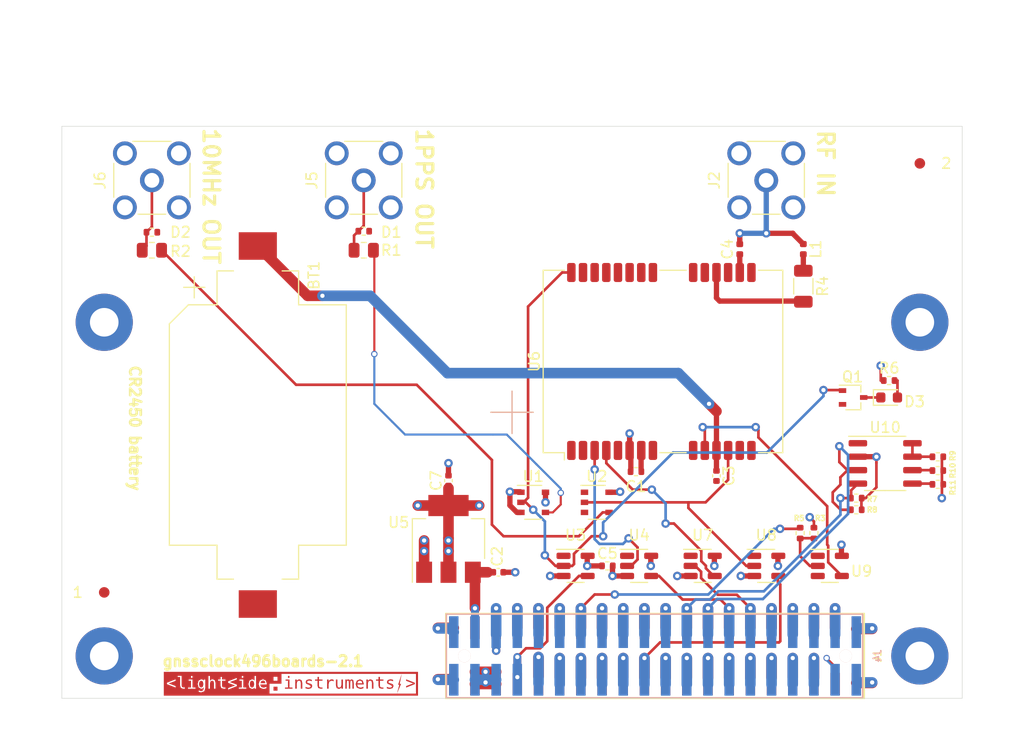
<source format=kicad_pcb>
(kicad_pcb (version 20211014) (generator pcbnew)
  (title_block (title "gnssclock496boards-2.1") (company "Lightside Instruments AS"))
  (layers (0 "F.Cu" signal) (1 "In1.Cu" power) (2 "In2.Cu" power) (31 "B.Cu" signal) (34 "B.Paste" user) (35 "F.Paste" user) (36 "B.SilkS" user "B.Silkscreen") (37 "F.SilkS" user "F.Silkscreen") (38 "B.Mask" user) (39 "F.Mask" user) (44 "Edge.Cuts" user))
  (net 0 "")
  (net 1 "GND")
  (net 2 "iCE_CDONE")
  (net 3 "iCE_CREST")
  (net 4 "iCE_MOSI")
  (net 5 "iCE_MISO")
  (net 6 "iCE_SCK")
  (net 7 "iCE_SS_B")
  (net 8 "+3V3")
  (net 9 "+5V")
  (net 10 "P36")
  (net 11 "P37")
  (net 12 "P38")
  (net 13 "P39")
  (net 14 "P40")
  (net 15 "P42")
  (net 16 "P43")
  (net 17 "P44")
  (net 18 "P46")
  (net 19 "P47")
  (net 20 "P48")
  (net 21 "P49")
  (net 22 "P51")
  (net 23 "P59")
  (net 24 "P56")
  (net 25 "P58")
  (net 26 "P60")
  (net 27 "P55")
  (net 28 "P57")
  (net 29 "+1V8")
  (net 30 "+VDC")
  (net 31 "Net-(R1-Pad2)")
  (net 32 "Net-(R2-Pad2)")
  (net 33 "Net-(U2-Pad2)")
  (net 34 "Net-(D3-Pad1)")
  (net 35 "Net-(D2-Pad1)")
  (net 36 "Net-(D1-Pad1)")
  (net 37 "Net-(Q1-Pad1)")
  (net 38 "Net-(U6-Pad4)")
  (net 39 "Net-(U6-Pad10)")
  (net 40 "HD_GPIO_15")
  (net 41 "HD_GPIO_4")
  (net 42 "HD_GPIO_5")
  (net 43 "HD_GPIO_12")
  (net 44 "Net-(U4-Pad2)")
  (net 45 "Net-(BT1-Pad1)")
  (net 46 "Net-(C4-Pad2)")
  (net 47 "Net-(C4-Pad1)")
  (net 48 "Net-(D3-Pad2)")
  (net 49 "Net-(L1-Pad2)")
  (net 50 "Net-(R3-Pad2)")
  (net 51 "Net-(R4-Pad2)")
  (net 52 "MIO44_PS_GPIO1_4")
  (net 53 "LSEXP_I2C0_SCL")
  (net 54 "LSEXP_I2C0_SDA")
  (net 55 "Net-(R9-Pad1)")
  (net 56 "I2C_SCL")
  (net 57 "I2C_SDA")
  (footprint "MountingHole:MountingHole_2.7mm_Pad" (layer "F.Cu") (at 53.5 98.5)
    (fp_text reference "M0" hide)
    (fp_text value "MountingHole_2.7mm_Pad")
  )
  (footprint "MountingHole:MountingHole_2.7mm_Pad" (layer "F.Cu") (at 130.5 67)
    (fp_text reference "M2" hide)
    (fp_text value "MountingHole_2.7mm_Pad")
  )
  (footprint "MountingHole:MountingHole_2.7mm_Pad" (layer "F.Cu") (at 53.5 67)
    (fp_text reference "M2" hide)
    (fp_text value "MountingHole_2.7mm_Pad")
  )
  (footprint "ice4pi:Socket_Strip_SMD_2x20_Pitch2mm" (layer "F.Cu") (at 124.5 97.5 -90)
    (fp_text reference "J1")
    (fp_text value "Conn_02x20_Odd_Even")
  )
  (footprint "Resistor_SMD:R_0805_2012Metric" (layer "F.Cu") (at 58 60.2)
    (fp_text reference "R2")
    (fp_text value "51")
  )
  (footprint "Resistor_SMD:R_0805_2012Metric" (layer "F.Cu") (at 78 60.2)
    (fp_text reference "R1")
    (fp_text value "51")
  )
  (footprint "Package_SO:TSOP-5_1.65x3.05mm_P0.95mm" (layer "F.Cu") (at 94 84)
    (fp_text reference "U1")
    (fp_text value "74LVC1G125")
  )
  (footprint "Package_SO:TSOP-5_1.65x3.05mm_P0.95mm" (layer "F.Cu") (at 100 84)
    (fp_text reference "U2")
    (fp_text value "74LVC1G125")
  )
  (footprint "Resistor_SMD:R_0402_1005Metric" (layer "F.Cu") (at 78 58.4)
    (fp_text reference "D1")
    (fp_text value "D_TVS")
  )
  (footprint "Resistor_SMD:R_0402_1005Metric" (layer "F.Cu") (at 58 58.5)
    (fp_text reference "D2")
    (fp_text value "D_TVS")
  )
  (footprint "Package_TO_SOT_SMD:SOT-23-5" (layer "F.Cu") (at 98 90)
    (fp_text reference "U3")
    (fp_text value "SN74LV1T34DBVRG4" hide)
  )
  (footprint "Package_TO_SOT_SMD:SOT-23-5" (layer "F.Cu") (at 104 90)
    (fp_text reference "U4")
    (fp_text value "SN74LV1T34DBVRG4" hide)
  )
  (footprint "Package_TO_SOT_SMD:SOT-23-5" (layer "F.Cu") (at 110 90)
    (fp_text reference "U7")
    (fp_text value "SN74LV1T34DBVRG4" hide)
  )
  (footprint "Package_TO_SOT_SMD:SOT-23-5" (layer "F.Cu") (at 116 90)
    (fp_text reference "U8")
    (fp_text value "SN74LV1T34DBVRG4" hide)
  )
  (footprint "Package_TO_SOT_SMD:SOT-23-5" (layer "F.Cu") (at 122 90)
    (fp_text reference "U9")
    (fp_text value "SN74LV1T34DBVRG4" hide)
  )
  (footprint "Resistor_SMD:R_0402_1005Metric" (layer "F.Cu") (at 127.6 72.5)
    (fp_text reference "R6")
    (fp_text value "1K")
  )
  (footprint "ice4pi:BatteryHolder_Keystone_2450" (layer "F.Cu") (at 68 76.7 -90)
    (fp_text reference "BT1")
    (fp_text value "Battery_Cell")
  )
  (footprint "Resistor_SMD:R_0402_1005Metric" (layer "F.Cu") (at 103.7 81.1)
    (fp_text reference "C1")
    (fp_text value "1uF")
  )
  (footprint "Capacitor_SMD:C_0402_1005Metric" (layer "F.Cu") (at 111.3 81.5 -90)
    (fp_text reference "C3")
    (fp_text value "1uF")
  )
  (footprint "Inductor_SMD:L_0402_1005Metric" (layer "F.Cu") (at 113.5 60.1 90)
    (fp_text reference "C4")
    (fp_text value "22pF")
  )
  (footprint "Package_TO_SOT_SMD:SOT-323_SC-70" (layer "F.Cu") (at 124.2 74.1)
    (fp_text reference "Q1")
    (fp_text value "Q_NPN_BEC_BRT")
  )
  (footprint "Resistor_SMD:R_0402_1005Metric" (layer "F.Cu") (at 120.5 86.9 -90)
    (fp_text reference "R3")
    (fp_text value "10K")
  )
  (footprint "Resistor_SMD:R_0402_1005Metric" (layer "F.Cu") (at 119.2 86.9 -90)
    (fp_text reference "R5")
    (fp_text value "0R")
  )
  (footprint "Package_TO_SOT_SMD:SOT-223-3_TabPin2" (layer "F.Cu") (at 86 87.45 90)
    (fp_text reference "U5")
    (fp_text value "LD1117S33TR_SOT223")
  )
  (footprint "Capacitor_SMD:C_0402_1005Metric" (layer "F.Cu") (at 86 81.95 90)
    (fp_text reference "C7")
    (fp_text value "10uF")
  )
  (footprint "Capacitor_SMD:C_0402_1005Metric" (layer "F.Cu") (at 90.7 90.6)
    (fp_text reference "C2")
    (fp_text value "10uF")
  )
  (footprint "Diode_SMD:D_0603_1608Metric" (layer "F.Cu") (at 127.6 74.1)
    (fp_text reference "D3")
    (fp_text value "LED")
  )
  (footprint "RF_GPS:ublox_LEA" (layer "F.Cu") (at 106.1 70.7 90)
    (fp_text reference "U6")
    (fp_text value "LEA-M8T")
  )
  (footprint "ice4pi:SMA_LINX_CONSMA002_Horizontal" (layer "F.Cu") (at 116 53.6)
    (fp_text reference "J2")
    (fp_text value "Conn_01x01_Shielded")
  )
  (footprint "ice4pi:SMA_LINX_CONSMA002_Horizontal" (layer "F.Cu") (at 78 53.6)
    (fp_text reference "J5")
    (fp_text value "Conn_01x01_Shielded")
  )
  (footprint "ice4pi:SMA_LINX_CONSMA002_Horizontal" (layer "F.Cu") (at 58 53.6)
    (fp_text reference "J6")
    (fp_text value "Conn_01x01_Shielded")
  )
  (footprint "Inductor_SMD:L_0402_1005Metric" (layer "F.Cu") (at 119.5 60.1 -90)
    (fp_text reference "L1")
    (fp_text value "27nH")
  )
  (footprint "Resistor_SMD:R_1206_3216Metric" (layer "F.Cu") (at 119.5 63.6 -90)
    (fp_text reference "R4")
    (fp_text value "10R")
  )
  (footprint "Resistor_SMD:R_0402_1005Metric" (layer "F.Cu") (at 101 90)
    (fp_text reference "C5")
    (fp_text value "1uF")
  )
  (footprint "Resistor_SMD:R_0402_1005Metric" (layer "F.Cu") (at 124.5 83.6)
    (fp_text reference "R7")
    (fp_text value "4K7")
  )
  (footprint "Resistor_SMD:R_0402_1005Metric" (layer "F.Cu") (at 132.2 79.7)
    (fp_text reference "R9")
    (fp_text value "200K")
  )
  (footprint "Resistor_SMD:R_0402_1005Metric" (layer "F.Cu") (at 132.2 81)
    (fp_text reference "R10")
    (fp_text value "4K7")
  )
  (footprint "Resistor_SMD:R_0402_1005Metric" (layer "F.Cu") (at 132.2 82.3)
    (fp_text reference "R11")
    (fp_text value "4K7")
  )
  (footprint "Package_SO:SO-8_3.9x4.9mm_P1.27mm" (layer "F.Cu") (at 127.225001 80.325001)
    (fp_text reference "U10")
    (fp_text value "PCA9306")
  )
  (footprint "Resistor_SMD:R_0402_1005Metric" (layer "F.Cu") (at 124.5 84.7)
    (fp_text reference "R8")
    (fp_text value "4K7")
  )
  (footprint "MountingHole:MountingHole_2.7mm_Pad" (layer "F.Cu") (at 130.5 98.5)
    (fp_text reference "M1" hide)
    (fp_text value "MountingHole_2.7mm_Pad")
  )
  (footprint "ice4pi:lsi-logo-24mm" (layer "F.Cu") (at 59.124958 99.999972)
    (fp_text reference "svg2mod" hide)
    (fp_text value "G***" hide)
  )
  (footprint "Fiducial:Fiducial_1mm_Mask3mm" (layer "F.Cu") (at 53.5 92.5)
    (fp_text reference "1")
    (fp_text value "Fiducial_1mm_Mask3mm")
  )
  (footprint "Fiducial:Fiducial_1mm_Mask3mm" (layer "F.Cu") (at 130.5 52)
    (fp_text reference "2")
    (fp_text value "Fiducial_1mm_Mask3mm")
  )
  (footprint "ice4pi:Pin_Header_SMD_2x20_Pitch2mm" (layer "B.Cu") (at 124.5 97.5 90)
    (fp_text reference "J4")
    (fp_text value "Conn_02x20_Odd_Even")
  )
  (gr_line (start 92 77.5) (end 92 73.5) (layer "B.SilkS") (width 0.12))
  (gr_line (start 90 75.5) (end 94 75.5) (layer "B.SilkS") (width 0.12))
  (gr_line (start 92 77.5) (end 92 73.5) (layer "F.SilkS") (width 0.12))
  (gr_line (start 90 75.5) (end 94 75.5) (layer "F.SilkS") (width 0.12))
  (gr_line (start 49.5 48.5) (end 134.5 48.5) (layer "Edge.Cuts") (width 0.05))
  (gr_line (start 134.5 48.5) (end 134.5 102.5) (layer "Edge.Cuts") (width 0.05))
  (gr_line (start 49.5 102.5) (end 134.5 102.5) (layer "Edge.Cuts") (width 0.05))
  (gr_line (start 49.5 48.5) (end 49.5 102.5) (layer "Edge.Cuts") (width 0.05))
  (gr_text "gnssclock496boards-2.1" (at 68.5 99) (layer "F.SilkS") (effects (font (size 1 1) (thickness 0.25))))
  (gr_text "RF IN" (at 121.6 52 270) (layer "F.SilkS") (effects (font (size 1.5 1.5) (thickness 0.3))))
  (gr_text "CR2450 battery" (at 56.4 77 270) (layer "F.SilkS") (effects (font (size 1 1) (thickness 0.25))))
  (gr_text "1PPS OUT" (at 83.7 54.4 270) (layer "F.SilkS") (effects (font (size 1.5 1.5) (thickness 0.3))))
  (gr_text "10MHz OUT\n" (at 63.6 55.1 270) (layer "F.SilkS") (effects (font (size 1.5 1.5) (thickness 0.3))))
  (segment (start 124.5 101.05) (end 126 101.05) (width 1) (layer "F.Cu") (net 1))
  (segment (start 83.7 90.6) (end 83.7 87.6) (width 1) (layer "F.Cu") (net 1))
  (segment (start 91.185 90.6) (end 92.3 90.6) (width 0.5) (layer "F.Cu") (net 1))
  (segment (start 86 81.465) (end 86 80.3) (width 0.5) (layer "F.Cu") (net 1))
  (segment (start 85 100.7) (end 86.05 100.7) (width 1) (layer "F.Cu") (net 1))
  (segment (start 108.9 90.95) (end 107.6 90.95) (width 0.5) (layer "F.Cu") (net 1))
  (segment (start 101.485 90) (end 101.485 90.95) (width 0.5) (layer "F.Cu") (net 1))
  (segment (start 92.79 83) (end 92.84 83.05) (width 0.25) (layer "F.Cu") (net 1))
  (segment (start 114.9 90.95) (end 113.65 90.95) (width 0.5) (layer "F.Cu") (net 1))
  (segment (start 92.463184 84.95) (end 91.8 84.286816) (width 0.5) (layer "F.Cu") (net 1))
  (segment (start 91.8 84.286816) (end 91.8 83.565685) (width 0.5) (layer "F.Cu") (net 1))
  (segment (start 104.185 79.115) (end 104.2 79.1) (width 0.25) (layer "F.Cu") (net 1))
  (segment (start 96.9 90.95) (end 95.6 90.95) (width 0.5) (layer "F.Cu") (net 1))
  (segment (start 91.8 83) (end 92.79 83) (width 0.5) (layer "F.Cu") (net 1))
  (segment (start 101.485 90.95) (end 102.9 90.95) (width 0.5) (layer "F.Cu") (net 1))
  (segment (start 104.185 81) (end 104.185 79.115) (width 0.5) (layer "F.Cu") (net 1))
  (segment (start 92.84 84.95) (end 92.463184 84.95) (width 0.5) (layer "F.Cu") (net 1))
  (segment (start 91.8 83.565685) (end 91.8 83) (width 0.5) (layer "F.Cu") (net 1))
  (segment (start 124.5 95.95) (end 126 95.95) (width 1) (layer "F.Cu") (net 1))
  (segment (start 86.5 95.85) (end 85 95.85) (width 1) (layer "F.Cu") (net 1))
  (via (at 126 101) (size 0.8) (drill 0.4) (layers "F.Cu" "B.Cu") (net 1))
  (via (at 83.7 87.6) (size 0.8) (drill 0.4) (layers "F.Cu" "B.Cu") (net 1))
  (via (at 83.7 88.6) (size 0.8) (drill 0.4) (layers "F.Cu" "B.Cu") (net 1))
  (via (at 86 80.3) (size 0.8) (drill 0.4) (layers "F.Cu" "B.Cu") (net 1))
  (via (at 92.3 90.6) (size 0.8) (drill 0.4) (layers "F.Cu" "B.Cu") (net 1))
  (via (at 126 95.9) (size 0.8) (drill 0.4) (layers "F.Cu" "B.Cu") (net 1))
  (via (at 91.8 83) (size 0.8) (drill 0.4) (layers "F.Cu" "B.Cu") (net 1))
  (via (at 101.485 90.95) (size 0.8) (drill 0.4) (layers "F.Cu" "B.Cu") (net 1))
  (via (at 113.6 90.95) (size 0.8) (drill 0.4) (layers "F.Cu" "B.Cu") (net 1))
  (via (at 85 100.7) (size 0.8) (drill 0.4) (layers "F.Cu" "B.Cu") (net 1))
  (via (at 95.6 90.95) (size 0.8) (drill 0.4) (layers "F.Cu" "B.Cu") (net 1))
  (via (at 107.6 90.95) (size 0.8) (drill 0.4) (layers "F.Cu" "B.Cu") (net 1))
  (via (at 85 95.9) (size 0.8) (drill 0.4) (layers "F.Cu" "B.Cu") (net 1))
  (segment (start 124.85 101) (end 126 101) (width 1) (layer "B.Cu") (net 1))
  (segment (start 124.85 95.9) (end 126 95.9) (width 1) (layer "B.Cu") (net 1))
  (segment (start 86.15 95.9) (end 86.5 96.25) (width 1) (layer "B.Cu") (net 1))
  (segment (start 86.5 100.75) (end 85 100.75) (width 1) (layer "B.Cu") (net 1))
  (segment (start 86.15 95.9) (end 85 95.9) (width 1) (layer "B.Cu") (net 1))
  (segment (start 98.5 100.55) (end 98.5 98.7) (width 1) (layer "F.Cu") (net 2))
  (via (at 98.5 98.7) (size 0.6) (drill 0.4) (layers "F.Cu" "B.Cu") (net 2))
  (segment (start 98.5 101.2) (end 98.5 98.7) (width 1) (layer "B.Cu") (net 2))
  (segment (start 102.5 100.55) (end 102.5 98.7) (width 1) (layer "F.Cu") (net 3))
  (via (at 102.5 98.7) (size 0.6) (drill 0.4) (layers "F.Cu" "B.Cu") (net 3))
  (segment (start 102.5 101.2) (end 102.5 98.7) (width 1) (layer "B.Cu") (net 3))
  (segment (start 112.5 100.55) (end 112.5 98.7) (width 1) (layer "F.Cu") (net 4))
  (via (at 112.5 98.7) (size 0.6) (drill 0.4) (layers "F.Cu" "B.Cu") (net 4))
  (segment (start 112.5 101.2) (end 112.5 98.7) (width 1) (layer "B.Cu") (net 4))
  (segment (start 116.5 100.55) (end 116.5 98.7) (width 1) (layer "F.Cu") (net 5))
  (via (at 116.5 98.7) (size 0.6) (drill 0.4) (layers "F.Cu" "B.Cu") (net 5))
  (segment (start 116.5 101.2) (end 116.5 98.7) (width 1) (layer "B.Cu") (net 5))
  (segment (start 118.5 100.55) (end 118.5 98.7) (width 1) (layer "F.Cu") (net 6))
  (via (at 118.5 98.7) (size 0.6) (drill 0.4) (layers "F.Cu" "B.Cu") (net 6))
  (segment (start 118.5 101.2) (end 118.5 98.7) (width 1) (layer "B.Cu") (net 6))
  (segment (start 114.5 100.55) (end 114.5 98.7) (width 1) (layer "F.Cu") (net 7))
  (via (at 114.5 98.7) (size 0.6) (drill 0.4) (layers "F.Cu" "B.Cu") (net 7))
  (segment (start 114.5 101.2) (end 114.5 98.7) (width 1) (layer "B.Cu") (net 7))
  (segment (start 86 84.3) (end 86 82.66501) (width 1) (layer "F.Cu") (net 8))
  (segment (start 86 84.3) (end 88.9 84.3) (width 1) (layer "F.Cu") (net 8))
  (segment (start 132.585 83.59) (end 132.575 83.6) (width 0.25) (layer "F.Cu") (net 8))
  (segment (start 132.585 79.7) (end 132.585 83.59) (width 0.25) (layer "F.Cu") (net 8))
  (segment (start 101.16 83.05) (end 102.15 83.05) (width 0.5) (layer "F.Cu") (net 8))
  (segment (start 103.215 79.215) (end 103.1 79.1) (width 0.25) (layer "F.Cu") (net 8))
  (segment (start 111.1 89.05) (end 111.1 90) (width 0.5) (layer "F.Cu") (net 8))
  (segment (start 103.215 81) (end 103.215 79.215) (width 0.5) (layer "F.Cu") (net 8))
  (segment (start 127.09 72.5) (end 126.8125 72.5) (width 0.25) (layer "F.Cu") (net 8))
  (segment (start 86 88.6) (end 86 87.4) (width 1) (layer "F.Cu") (net 8))
  (segment (start 103.1 79.1) (end 103.1 77.5) (width 0.5) (layer "F.Cu") (net 8))
  (segment (start 120.5 86.415) (end 120.5 85.8) (width 0.25) (layer "F.Cu") (net 8))
  (segment (start 123.1 89.05) (end 123.1 88) (width 0.5) (layer "F.Cu") (net 8))
  (segment (start 86 84.3) (end 83.1 84.3) (width 1) (layer "F.Cu") (net 8))
  (segment (start 126.8125 71.1125) (end 126.8 71.1) (width 0.25) (layer "F.Cu") (net 8))
  (segment (start 95.16 84) (end 95.16 83.05) (width 0.5) (layer "F.Cu") (net 8))
  (segment (start 126.8125 72.5) (end 126.8125 71.1125) (width 0.25) (layer "F.Cu") (net 8))
  (segment (start 102.15 83.05) (end 102.2 83) (width 0.25) (layer "F.Cu") (net 8))
  (segment (start 86 87.4) (end 86 84.3) (width 1) (layer "F.Cu") (net 8))
  (segment (start 86 90.6) (end 86 88.6) (width 1) (layer "F.Cu") (net 8))
  (segment (start 120.5 85.8) (end 120.1 85.4) (width 0.25) (layer "F.Cu") (net 8))
  (via (at 88.9 84.3) (size 0.8) (drill 0.4) (layers "F.Cu" "B.Cu") (net 8))
  (via (at 86 88.6) (size 0.8) (drill 0.4) (layers "F.Cu" "B.Cu") (net 8))
  (via (at 95.16 84) (size 0.8) (drill 0.4) (layers "F.Cu" "B.Cu") (net 8))
  (via (at 86 87.6) (size 0.8) (drill 0.4) (layers "F.Cu" "B.Cu") (net 8))
  (via (at 83.1 84.3) (size 0.8) (drill 0.4) (layers "F.Cu" "B.Cu") (net 8))
  (via (at 123.1 88) (size 0.8) (drill 0.4) (layers "F.Cu" "B.Cu") (net 8))
  (via (at 111.1 90) (size 0.8) (drill 0.4) (layers "F.Cu" "B.Cu") (net 8))
  (via (at 120.1 85.4) (size 0.8) (drill 0.4) (layers "F.Cu" "B.Cu") (net 8))
  (via (at 126.8 71.1) (size 0.8) (drill 0.4) (layers "F.Cu" "B.Cu") (net 8))
  (via (at 102.2 83) (size 0.8) (drill 0.4) (layers "F.Cu" "B.Cu") (net 8))
  (via (at 103.1 77.5) (size 0.8) (drill 0.4) (layers "F.Cu" "B.Cu") (net 8))
  (via (at 132.575 83.6) (size 0.8) (drill 0.4) (layers "F.Cu" "B.Cu") (net 8))
  (segment (start 88.3 90.6) (end 89.7 90.6) (width 1) (layer "F.Cu") (net 9))
  (segment (start 88.5 94) (end 88.5 90.8) (width 1) (layer "F.Cu") (net 9))
  (segment (start 88.5 94.1) (end 88.5 95.85) (width 0.75) (layer "F.Cu") (net 9))
  (segment (start 88.5 90.8) (end 88.3 90.6) (width 1) (layer "F.Cu") (net 9))
  (via (at 88.5 94) (size 0.8) (drill 0.4) (layers "F.Cu" "B.Cu") (net 9))
  (segment (start 88.5 94.1) (end 88.5 96.25) (width 0.75) (layer "B.Cu") (net 9))
  (segment (start 92.5 95.85) (end 92.5 94) (width 1) (layer "F.Cu") (net 10))
  (via (at 92.5 94) (size 0.6) (drill 0.4) (layers "F.Cu" "B.Cu") (net 10))
  (segment (start 92.5 96.5) (end 92.5 94) (width 1) (layer "B.Cu") (net 10))
  (segment (start 94.5 99.5) (end 94.5 101.15) (width 0.2) (layer "F.Cu") (net 11))
  (segment (start 94.5 100.45) (end 94.5 98.6) (width 1) (layer "F.Cu") (net 11))
  (via (at 94.5 98.6) (size 0.6) (drill 0.4) (layers "F.Cu" "B.Cu") (net 11))
  (segment (start 94.5 101.1) (end 94.5 98.6) (width 1) (layer "B.Cu") (net 11))
  (segment (start 94.5 95.85) (end 94.5 94) (width 1) (layer "F.Cu") (net 12))
  (via (at 94.5 94) (size 0.6) (drill 0.4) (layers "F.Cu" "B.Cu") (net 12))
  (segment (start 94.5 96.5) (end 94.5 94) (width 1) (layer "B.Cu") (net 12))
  (segment (start 96.5 99.5) (end 96.5 101.15) (width 0.2) (layer "F.Cu") (net 13))
  (segment (start 96.5 100.55) (end 96.5 98.7) (width 1) (layer "F.Cu") (net 13))
  (via (at 96.5 98.7) (size 0.6) (drill 0.4) (layers "F.Cu" "B.Cu") (net 13))
  (segment (start 96.5 101.2) (end 96.5 98.7) (width 1) (layer "B.Cu") (net 13))
  (segment (start 96.5 95.85) (end 96.5 94) (width 1) (layer "F.Cu") (net 14))
  (via (at 96.5 94) (size 0.6) (drill 0.4) (layers "F.Cu" "B.Cu") (net 14))
  (segment (start 96.5 96.5) (end 96.5 94) (width 1) (layer "B.Cu") (net 14))
  (segment (start 100.5 99.5) (end 100.5 101.15) (width 0.2) (layer "F.Cu") (net 15))
  (segment (start 100.5 100.55) (end 100.5 98.7) (width 1) (layer "F.Cu") (net 15))
  (via (at 100.5 98.7) (size 0.6) (drill 0.4) (layers "F.Cu" "B.Cu") (net 15))
  (segment (start 100.5 101.2) (end 100.5 98.7) (width 1) (layer "B.Cu") (net 15))
  (segment (start 100.5 95.85) (end 100.5 94) (width 1) (layer "F.Cu") (net 16))
  (via (at 100.5 94) (size 0.6) (drill 0.4) (layers "F.Cu" "B.Cu") (net 16))
  (segment (start 100.5 96.5) (end 100.5 94) (width 1) (layer "B.Cu") (net 16))
  (segment (start 102.5 95.85) (end 102.5 94) (width 1) (layer "F.Cu") (net 17))
  (via (at 102.5 94) (size 0.6) (drill 0.4) (layers "F.Cu" "B.Cu") (net 17))
  (segment (start 102.5 96.5) (end 102.5 94) (width 1) (layer "B.Cu") (net 17))
  (segment (start 104.5 95.85) (end 104.5 94) (width 1) (layer "F.Cu") (net 18))
  (via (at 104.5 94) (size 0.6) (drill 0.4) (layers "F.Cu" "B.Cu") (net 18))
  (segment (start 104.5 96.5) (end 104.5 94) (width 1) (layer "B.Cu") (net 18))
  (segment (start 106.5 99.5) (end 106.5 101.15) (width 0.2) (layer "F.Cu") (net 19))
  (segment (start 106.5 100.55) (end 106.5 98.7) (width 1) (layer "F.Cu") (net 19))
  (via (at 106.5 98.7) (size 0.6) (drill 0.4) (layers "F.Cu" "B.Cu") (net 19))
  (segment (start 106.5 101.2) (end 106.5 98.7) (width 1) (layer "B.Cu") (net 19))
  (segment (start 106.5 95.85) (end 106.5 94) (width 1) (layer "F.Cu") (net 20))
  (via (at 106.5 94) (size 0.6) (drill 0.4) (layers "F.Cu" "B.Cu") (net 20))
  (segment (start 106.5 96.5) (end 106.5 94) (width 1) (layer "B.Cu") (net 20))
  (segment (start 108.5 99.5) (end 108.5 101.15) (width 0.2) (layer "F.Cu") (net 21))
  (segment (start 108.5 100.55) (end 108.5 98.7) (width 1) (layer "F.Cu") (net 21))
  (via (at 108.5 98.7) (size 0.6) (drill 0.4) (layers "F.Cu" "B.Cu") (net 21))
  (segment (start 108.5 101.2) (end 108.5 98.7) (width 1) (layer "B.Cu") (net 21))
  (segment (start 110.5 99.5) (end 110.5 101.15) (width 0.2) (layer "F.Cu") (net 22))
  (segment (start 110.5 100.55) (end 110.5 98.7) (width 1) (layer "F.Cu") (net 22))
  (via (at 110.5 98.7) (size 0.6) (drill 0.4) (layers "F.Cu" "B.Cu") (net 22))
  (segment (start 110.5 101.2) (end 110.5 98.7) (width 1) (layer "B.Cu") (net 22))
  (segment (start 122.5 99.5) (end 122.5 101.15) (width 0.2) (layer "F.Cu") (net 23))
  (segment (start 122.5 99.5) (end 121.7 98.7) (width 0.2) (layer "F.Cu") (net 23))
  (via (at 121.7 98.7) (size 0.6) (drill 0.4) (layers "F.Cu" "B.Cu") (net 23))
  (segment (start 122.5 99.695) (end 121.7 98.895) (width 0.2) (layer "B.Cu") (net 23))
  (segment (start 122.5 100.75) (end 122.5 99.695) (width 0.2) (layer "B.Cu") (net 23))
  (segment (start 121.7 98.895) (end 121.7 98.7) (width 0.2) (layer "B.Cu") (net 23))
  (segment (start 118.5 95.85) (end 118.5 94) (width 1) (layer "F.Cu") (net 24))
  (via (at 118.5 94) (size 0.6) (drill 0.4) (layers "F.Cu" "B.Cu") (net 24))
  (segment (start 118.5 96.5) (end 118.5 94) (width 1) (layer "B.Cu") (net 24))
  (segment (start 120.5 95.85) (end 120.5 94) (width 1) (layer "F.Cu") (net 25))
  (via (at 120.5 94) (size 0.6) (drill 0.4) (layers "F.Cu" "B.Cu") (net 25))
  (segment (start 120.5 96.5) (end 120.5 94) (width 1) (layer "B.Cu") (net 25))
  (segment (start 122.5 95.85) (end 122.5 94) (width 1) (layer "F.Cu") (net 26))
  (via (at 122.5 94) (size 0.6) (drill 0.4) (layers "F.Cu" "B.Cu") (net 26))
  (segment (start 122.5 96.5) (end 122.5 94) (width 1) (layer "B.Cu") (net 26))
  (segment (start 116.5 95.85) (end 116.5 94) (width 1) (layer "F.Cu") (net 27))
  (via (at 116.5 94) (size 0.6) (drill 0.4) (layers "F.Cu" "B.Cu") (net 27))
  (segment (start 116.5 96.5) (end 116.5 94) (width 1) (layer "B.Cu") (net 27))
  (segment (start 120.5 100.55) (end 120.5 98.7) (width 1) (layer "F.Cu") (net 28))
  (segment (start 120.5 99.5) (end 120.5 101.15) (width 0.2) (layer "F.Cu") (net 28))
  (via (at 120.5 98.7) (size 0.6) (drill 0.4) (layers "F.Cu" "B.Cu") (net 28))
  (segment (start 120.5 101.2) (end 120.5 98.7) (width 1) (layer "B.Cu") (net 28))
  (segment (start 99.1 90) (end 100.515 90) (width 0.5) (layer "F.Cu") (net 29))
  (segment (start 125.38 83.6) (end 126.4 82.58) (width 0.25) (layer "F.Cu") (net 29))
  (segment (start 117.1 89.05) (end 117.1 90) (width 0.5) (layer "F.Cu") (net 29))
  (segment (start 90.5 95.85) (end 90.5 98) (width 0.75) (layer "F.Cu") (net 29))
  (segment (start 124.985 83.6) (end 124.985 84.7) (width 0.25) (layer "F.Cu") (net 29))
  (segment (start 124.650001 79.690001) (end 126.390001 79.690001) (width 0.5) (layer "F.Cu") (net 29))
  (segment (start 90.5 94) (end 90.5 95.85) (width 0.75) (layer "F.Cu") (net 29))
  (segment (start 124.985 83.6) (end 125.38 83.6) (width 0.25) (layer "F.Cu") (net 29))
  (segment (start 105.1 89.05) (end 105.1 90) (width 0.5) (layer "F.Cu") (net 29))
  (segment (start 126.390001 79.690001) (end 126.4 79.7) (width 0.5) (layer "F.Cu") (net 29))
  (segment (start 126.4 80.265685) (end 126.4 79.7) (width 0.25) (layer "F.Cu") (net 29))
  (segment (start 99.1 89.05) (end 99.1 90) (width 0.5) (layer "F.Cu") (net 29))
  (segment (start 126.4 82.58) (end 126.4 80.265685) (width 0.25) (layer "F.Cu") (net 29))
  (via (at 90.5 94) (size 0.8) (drill 0.4) (layers "F.Cu" "B.Cu") (net 29))
  (via (at 90.5 98) (size 0.8) (drill 0.4) (layers "F.Cu" "B.Cu") (net 29))
  (via (at 126.4 79.7) (size 0.8) (drill 0.4) (layers "F.Cu" "B.Cu") (net 29))
  (via (at 99.1 90) (size 0.8) (drill 0.4) (layers "F.Cu" "B.Cu") (net 29))
  (via (at 117.1 90) (size 0.8) (drill 0.4) (layers "F.Cu" "B.Cu") (net 29))
  (via (at 105.1 90) (size 0.8) (drill 0.4) (layers "F.Cu" "B.Cu") (net 29))
  (segment (start 90.5 96.5) (end 90.5 94) (width 1) (layer "B.Cu") (net 29))
  (segment (start 90.5 98) (end 90.5 96.25) (width 0.75) (layer "B.Cu") (net 29))
  (segment (start 88.5 100) (end 90.5 100) (width 1) (layer "F.Cu") (net 30))
  (segment (start 88.5 101.15) (end 90.5 101.15) (width 1) (layer "F.Cu") (net 30))
  (via (at 89.5 100) (size 0.8) (drill 0.4) (layers "F.Cu" "B.Cu") (net 30))
  (via (at 89.5 101) (size 0.8) (drill 0.4) (layers "F.Cu" "B.Cu") (net 30))
  (segment (start 90.5 100.75) (end 88.5 100.75) (width 1) (layer "B.Cu") (net 30))
  (segment (start 96.4 84.4) (end 96.6 84.2) (width 0.2) (layer "F.Cu") (net 31))
  (segment (start 79 60.2875) (end 78.9125 60.2) (width 0.2) (layer "F.Cu") (net 31))
  (segment (start 79 70) (end 79 60.2875) (width 0.2) (layer "F.Cu") (net 31))
  (segment (start 95.16 84.95) (end 95.85 84.95) (width 0.2) (layer "F.Cu") (net 31))
  (segment (start 96.6 84.2) (end 96.6 83.1) (width 0.2) (layer "F.Cu") (net 31))
  (segment (start 95.85 84.95) (end 96.4 84.4) (width 0.2) (layer "F.Cu") (net 31))
  (via (at 96.6 83.1) (size 0.6) (drill 0.4) (layers "F.Cu" "B.Cu") (net 31))
  (via (at 79 70) (size 0.6) (drill 0.4) (layers "F.Cu" "B.Cu") (net 31))
  (segment (start 90.2 77.6) (end 81.9 77.6) (width 0.2) (layer "B.Cu") (net 31))
  (segment (start 96.6 82.7) (end 94.3 80.4) (width 0.2) (layer "B.Cu") (net 31))
  (segment (start 91.5 77.6) (end 90.2 77.6) (width 0.2) (layer "B.Cu") (net 31))
  (segment (start 80.7 76.4) (end 79 74.7) (width 0.2) (layer "B.Cu") (net 31))
  (segment (start 79 74.7) (end 79 70) (width 0.2) (layer "B.Cu") (net 31))
  (segment (start 96.6 83.1) (end 96.6 82.7) (width 0.2) (layer "B.Cu") (net 31))
  (segment (start 94.3 80.4) (end 91.5 77.6) (width 0.2) (layer "B.Cu") (net 31))
  (segment (start 81.9 77.6) (end 80.7 76.4) (width 0.2) (layer "B.Cu") (net 31))
  (segment (start 90.1 80) (end 83 72.9) (width 0.25) (layer "F.Cu") (net 32))
  (segment (start 71.6125 72.9) (end 58.9125 60.2) (width 0.25) (layer "F.Cu") (net 32))
  (segment (start 91.2 87.2) (end 90.1 86.1) (width 0.25) (layer "F.Cu") (net 32))
  (segment (start 90.1 86.1) (end 90.1 80) (width 0.25) (layer "F.Cu") (net 32))
  (segment (start 83 72.9) (end 71.6125 72.9) (width 0.25) (layer "F.Cu") (net 32))
  (segment (start 98.31 87.2) (end 91.2 87.2) (width 0.25) (layer "F.Cu") (net 32))
  (segment (start 101.16 84.95) (end 100.56 84.95) (width 0.25) (layer "F.Cu") (net 32))
  (segment (start 100.56 84.95) (end 98.31 87.2) (width 0.25) (layer "F.Cu") (net 32))
  (segment (start 110.273232 84) (end 108.65 84) (width 0.25) (layer "F.Cu") (net 33))
  (segment (start 114.12 90) (end 114.9 90) (width 0.25) (layer "F.Cu") (net 33))
  (segment (start 112.4 79.1) (end 112.4 81.873232) (width 0.25) (layer "F.Cu") (net 33))
  (segment (start 108.65 84.53) (end 114.12 90) (width 0.25) (layer "F.Cu") (net 33))
  (segment (start 98.84 84) (end 108.65 84) (width 0.25) (layer "F.Cu") (net 33))
  (segment (start 108.65 84) (end 108.65 84.53) (width 0.25) (layer "F.Cu") (net 33))
  (segment (start 112.4 81.873232) (end 110.273232 84) (width 0.25) (layer "F.Cu") (net 33))
  (segment (start 125.2 74.1) (end 127.1 74.1) (width 0.25) (layer "F.Cu") (net 34))
  (segment (start 58 53.6) (end 58 57.99) (width 0.25) (layer "F.Cu") (net 35))
  (segment (start 57.49 58.5) (end 57.49 59.7975) (width 0.25) (layer "F.Cu") (net 35))
  (segment (start 57.49 59.7975) (end 57.0875 60.2) (width 0.25) (layer "F.Cu") (net 35))
  (segment (start 58 57.99) (end 57.49 58.5) (width 0.25) (layer "F.Cu") (net 35))
  (segment (start 77.0875 58.8025) (end 77.49 58.4) (width 0.25) (layer "F.Cu") (net 36))
  (segment (start 77.49 58.4) (end 78 57.89) (width 0.25) (layer "F.Cu") (net 36))
  (segment (start 78 57.89) (end 78 53.6) (width 0.25) (layer "F.Cu") (net 36))
  (segment (start 77.0875 60.2) (end 77.0875 58.8025) (width 0.25) (layer "F.Cu") (net 36))
  (segment (start 121.4 73.4) (end 123.15 73.4) (width 0.25) (layer "F.Cu") (net 37))
  (segment (start 97.84952 88.860478) (end 99.509998 87.2) (width 0.25) (layer "F.Cu") (net 37))
  (segment (start 95.1 89) (end 96.1 90) (width 0.25) (layer "F.Cu") (net 37))
  (segment (start 93.080002 84) (end 93.515001 83.565001) (width 0.25) (layer "F.Cu") (net 37))
  (segment (start 93.3 84) (end 94 84.7) (width 0.25) (layer "F.Cu") (net 37))
  (segment (start 93.515001 83.565001) (end 93.515001 65.515001) (width 0.25) (layer "F.Cu") (net 37))
  (segment (start 93.515001 65.515001) (end 96.730002 62.3) (width 0.25) (layer "F.Cu") (net 37))
  (segment (start 96.730002 62.3) (end 97.6 62.3) (width 0.25) (layer "F.Cu") (net 37))
  (segment (start 97.68 90) (end 97.84952 89.83048) (width 0.25) (layer "F.Cu") (net 37))
  (segment (start 123.15 73.4) (end 123.2 73.45) (width 0.25) (layer "F.Cu") (net 37))
  (segment (start 92.84 84) (end 93.080002 84) (width 0.25) (layer "F.Cu") (net 37))
  (segment (start 92.84 84) (end 93.3 84) (width 0.25) (layer "F.Cu") (net 37))
  (segment (start 99.509998 87.2) (end 100.6 87.2) (width 0.25) (layer "F.Cu") (net 37))
  (segment (start 96.1 90) (end 97.68 90) (width 0.25) (layer "F.Cu") (net 37))
  (segment (start 97.84952 89.83048) (end 97.84952 88.860478) (width 0.25) (layer "F.Cu") (net 37))
  (via (at 94 84.7) (size 0.8) (drill 0.4) (layers "F.Cu" "B.Cu") (net 37))
  (via (at 121.4 73.4) (size 0.8) (drill 0.4) (layers "F.Cu" "B.Cu") (net 37))
  (via (at 100.6 87.2) (size 0.8) (drill 0.4) (layers "F.Cu" "B.Cu") (net 37))
  (via (at 95.1 89) (size 0.8) (drill 0.4) (layers "F.Cu" "B.Cu") (net 37))
  (segment (start 116.065685 79.3) (end 107.2 79.3) (width 0.25) (layer "B.Cu") (net 37))
  (segment (start 95.1 85.8) (end 95.1 89) (width 0.25) (layer "B.Cu") (net 37))
  (segment (start 94 84.7) (end 95.1 85.8) (width 0.25) (layer "B.Cu") (net 37))
  (segment (start 121.4 73.4) (end 121.4 73.965685) (width 0.25) (layer "B.Cu") (net 37))
  (segment (start 121.4 73.965685) (end 116.065685 79.3) (width 0.25) (layer "B.Cu") (net 37))
  (segment (start 100.6 87.2) (end 100.6 85.9) (width 0.25) (layer "B.Cu") (net 37))
  (segment (start 100.6 85.9) (end 107.2 79.3) (width 0.25) (layer "B.Cu") (net 37))
  (segment (start 100.9 80.25) (end 100.9 79.1) (width 0.25) (layer "F.Cu") (net 38))
  (segment (start 105.2 82.8) (end 103.4 82.8) (width 0.25) (layer "F.Cu") (net 38))
  (segment (start 100.9 80.3) (end 100.9 80.25) (width 0.25) (layer "F.Cu") (net 38))
  (segment (start 110.3 90.224614) (end 111.025386 90.95) (width 0.25) (layer "F.Cu") (net 38))
  (segment (start 103.4 82.8) (end 100.9 80.3) (width 0.25) (layer "F.Cu") (net 38))
  (segment (start 109.866198 89.55048) (end 110.3 89.984282) (width 0.25) (layer "F.Cu") (net 38))
  (segment (start 106.5 86) (end 107.290002 86) (width 0.25) (layer "F.Cu") (net 38))
  (segment (start 110.3 89.984282) (end 110.3 90.224614) (width 0.25) (layer "F.Cu") (net 38))
  (segment (start 111.025386 90.95) (end 111.1375 90.95) (width 0.25) (layer "F.Cu") (net 38))
  (segment (start 109.866198 88.576196) (end 109.866198 89.55048) (width 0.25) (layer "F.Cu") (net 38))
  (segment (start 107.290002 86) (end 109.866198 88.576196) (width 0.25) (layer "F.Cu") (net 38))
  (via (at 106.5 86) (size 0.8) (drill 0.4) (layers "F.Cu" "B.Cu") (net 38))
  (via (at 105.2 82.8) (size 0.8) (drill 0.4) (layers "F.Cu" "B.Cu") (net 38))
  (segment (start 106.5 86) (end 106.5 84.1) (width 0.25) (layer "B.Cu") (net 38))
  (segment (start 106.5 84.1) (end 105.2 82.8) (width 0.25) (layer "B.Cu") (net 38))
  (segment (start 115.260001 77.160001) (end 115 76.9) (width 0.25) (layer "F.Cu") (net 39))
  (segment (start 121.84952 89.66202) (end 123.1375 90.95) (width 0.25) (layer "F.Cu") (net 39))
  (segment (start 110.2 79.1) (end 110.2 77.1) (width 0.25) (layer "F.Cu") (net 39))
  (segment (start 121.755001 88) (end 121.755001 84.369999) (width 0.25) (layer "F.Cu") (net 39))
  (segment (start 121.755001 88) (end 121.84952 88.094519) (width 0.25) (layer "F.Cu") (net 39))
  (segment (start 115.260001 77.874999) (end 115.260001 77.160001) (width 0.25) (layer "F.Cu") (net 39))
  (segment (start 110.2 77.1) (end 110 76.9) (width 0.25) (layer "F.Cu") (net 39))
  (segment (start 121.84952 88.094519) (end 121.84952 89.66202) (width 0.25) (layer "F.Cu") (net 39))
  (segment (start 121.755001 84.369999) (end 115.260001 77.874999) (width 0.25) (layer "F.Cu") (net 39))
  (via (at 110 76.9) (size 0.8) (drill 0.4) (layers "F.Cu" "B.Cu") (net 39))
  (via (at 115 76.9) (size 0.8) (drill 0.4) (layers "F.Cu" "B.Cu") (net 39))
  (segment (start 115 76.9) (end 110 76.9) (width 0.25) (layer "B.Cu") (net 39))
  (segment (start 93.32501 97.77499) (end 92.799999 98.300001) (width 0.25) (layer "F.Cu") (net 40))
  (segment (start 99.1 90.95) (end 98.32 90.95) (width 0.25) (layer "F.Cu") (net 40))
  (segment (start 94.655012 97.77499) (end 93.32501 97.77499) (width 0.25) (layer "F.Cu") (net 40))
  (segment (start 92.799999 98.300001) (end 92.5 98.6) (width 0.25) (layer "F.Cu") (net 40))
  (segment (start 92.5 99.5) (end 92.5 101.15) (width 0.2) (layer "F.Cu") (net 40))
  (segment (start 98.32 90.95) (end 95.32501 93.94499) (width 0.25) (layer "F.Cu") (net 40))
  (segment (start 95.32501 93.94499) (end 95.32501 97.104992) (width 0.25) (layer "F.Cu") (net 40))
  (segment (start 95.32501 97.104992) (end 94.655012 97.77499) (width 0.25) (layer "F.Cu") (net 40))
  (segment (start 92.5 100.45) (end 92.5 98.6) (width 0.75) (layer "F.Cu") (net 40))
  (via (at 92.5 100.5) (size 0.6) (drill 0.4) (layers "F.Cu" "B.Cu") (net 40))
  (via (at 92.5 98.6) (size 0.6) (drill 0.4) (layers "F.Cu" "B.Cu") (net 40))
  (segment (start 92.5 101.1) (end 92.5 98.6) (width 0.75) (layer "B.Cu") (net 40))
  (segment (start 114.5 95.85) (end 114.5 94) (width 1) (layer "F.Cu") (net 41))
  (segment (start 109.84952 90.54952) (end 109.3 90) (width 0.25) (layer "F.Cu") (net 41))
  (segment (start 114.5 94) (end 113.22498 92.72498) (width 0.25) (layer "F.Cu") (net 41))
  (segment (start 111.42498 92.72498) (end 109.84952 91.14952) (width 0.25) (layer "F.Cu") (net 41))
  (segment (start 109.84952 91.14952) (end 109.84952 90.54952) (width 0.25) (layer "F.Cu") (net 41))
  (segment (start 113.22498 92.72498) (end 111.42498 92.72498) (width 0.25) (layer "F.Cu") (net 41))
  (segment (start 109.3 90) (end 108.8625 90) (width 0.25) (layer "F.Cu") (net 41))
  (via (at 114.5 94) (size 0.6) (drill 0.4) (layers "F.Cu" "B.Cu") (net 41))
  (segment (start 114.5 96.5) (end 114.5 94) (width 1) (layer "B.Cu") (net 41))
  (segment (start 105.1 90.95) (end 105.88 90.95) (width 0.25) (layer "F.Cu") (net 42))
  (segment (start 108.10499 93.17499) (end 111.67499 93.17499) (width 0.25) (layer "F.Cu") (net 42))
  (segment (start 111.67499 93.17499) (end 112.200001 93.700001) (width 0.25) (layer "F.Cu") (net 42))
  (segment (start 105.88 90.95) (end 108.10499 93.17499) (width 0.25) (layer "F.Cu") (net 42))
  (segment (start 112.200001 93.700001) (end 112.5 94) (width 0.25) (layer "F.Cu") (net 42))
  (segment (start 112.5 95.85) (end 112.5 94) (width 1) (layer "F.Cu") (net 42))
  (via (at 112.5 94) (size 0.6) (drill 0.4) (layers "F.Cu" "B.Cu") (net 42))
  (segment (start 112.5 96.5) (end 112.5 94) (width 1) (layer "B.Cu") (net 42))
  (segment (start 104.5 99.5) (end 104.5 101.15) (width 0.2) (layer "F.Cu") (net 43))
  (segment (start 104.5 98.7) (end 105.974999 97.225001) (width 0.25) (layer "F.Cu") (net 43))
  (segment (start 117.1 91.525) (end 117.1 90.95) (width 0.25) (layer "F.Cu") (net 43))
  (segment (start 104.5 100.55) (end 104.5 98.7) (width 1) (layer "F.Cu") (net 43))
  (segment (start 105.974999 97.225001) (end 117.205001 97.225001) (width 0.25) (layer "F.Cu") (net 43))
  (segment (start 117.205001 97.225001) (end 117.32501 97.104992) (width 0.25) (layer "F.Cu") (net 43))
  (segment (start 117.32501 91.75001) (end 117.1 91.525) (width 0.25) (layer "F.Cu") (net 43))
  (segment (start 117.32501 97.104992) (end 117.32501 91.75001) (width 0.25) (layer "F.Cu") (net 43))
  (via (at 104.5 98.7) (size 0.6) (drill 0.4) (layers "F.Cu" "B.Cu") (net 43))
  (segment (start 104.5 101.2) (end 104.5 98.7) (width 1) (layer "B.Cu") (net 43))
  (segment (start 103 87.4) (end 103.84952 88.24952) (width 0.25) (layer "F.Cu") (net 44))
  (segment (start 103.246072 90) (end 102.8625 90) (width 0.25) (layer "F.Cu") (net 44))
  (segment (start 103.84952 89.396552) (end 103.246072 90) (width 0.25) (layer "F.Cu") (net 44))
  (segment (start 99.8 79.1) (end 99.8 80.9) (width 0.25) (layer "F.Cu") (net 44))
  (segment (start 103.84952 88.24952) (end 103.84952 89.396552) (width 0.25) (layer "F.Cu") (net 44))
  (via (at 103 87.4) (size 0.8) (drill 0.4) (layers "F.Cu" "B.Cu") (net 44))
  (via (at 99.8 80.9) (size 0.8) (drill 0.4) (layers "F.Cu" "B.Cu") (net 44))
  (segment (start 99.8 80.9) (end 99.8 87.473002) (width 0.25) (layer "B.Cu") (net 44))
  (segment (start 100.251999 87.925001) (end 102.474999 87.925001) (width 0.25) (layer "B.Cu") (net 44))
  (segment (start 99.8 87.473002) (end 100.251999 87.925001) (width 0.25) (layer "B.Cu") (net 44))
  (segment (start 102.474999 87.925001) (end 103 87.4) (width 0.25) (layer "B.Cu") (net 44))
  (segment (start 111.3 75.4) (end 110.6 74.7) (width 1) (layer "F.Cu") (net 45))
  (segment (start 72.7 64.5) (end 68 59.8) (width 1) (layer "F.Cu") (net 45))
  (segment (start 111.3 79.1) (end 111.3 75.4) (width 0.5) (layer "F.Cu") (net 45))
  (segment (start 74.1 64.5) (end 72.7 64.5) (width 1) (layer "F.Cu") (net 45))
  (segment (start 111.3 81.015) (end 111.3 79.1) (width 0.5) (layer "F.Cu") (net 45))
  (via (at 110.6 74.7) (size 0.8) (drill 0.4) (layers "F.Cu" "B.Cu") (net 45))
  (via (at 74.1 64.5) (size 0.8) (drill 0.4) (layers "F.Cu" "B.Cu") (net 45))
  (segment (start 85.9 71.8) (end 107.7 71.8) (width 1) (layer "B.Cu") (net 45))
  (segment (start 107.7 71.8) (end 110.6 74.7) (width 1) (layer "B.Cu") (net 45))
  (segment (start 85.9 71.8) (end 78.6 64.5) (width 1) (layer "B.Cu") (net 45))
  (segment (start 78.6 64.5) (end 74.1 64.5) (width 1) (layer "B.Cu") (net 45))
  (segment (start 118.515 58.6) (end 116 58.6) (width 0.5) (layer "F.Cu") (net 46))
  (segment (start 118.515 58.6) (end 118.515 58.63) (width 0.5) (layer "F.Cu") (net 46))
  (segment (start 113.5 59.615) (end 113.5 59.22) (width 0.5) (layer "F.Cu") (net 46))
  (segment (start 113.5 59.22) (end 113.5 58.6) (width 0.5) (layer "F.Cu") (net 46))
  (segment (start 118.515 58.63) (end 119.5 59.615) (width 0.5) (layer "F.Cu") (net 46))
  (via (at 113.5 58.6) (size 0.8) (drill 0.4) (layers "F.Cu" "B.Cu") (net 46))
  (via (at 116 58.6) (size 0.8) (drill 0.4) (layers "F.Cu" "B.Cu") (net 46))
  (segment (start 116 58.6) (end 113.5 58.6) (width 0.5) (layer "B.Cu") (net 46))
  (segment (start 116 58.6) (end 116 53.6) (width 0.5) (layer "B.Cu") (net 46))
  (segment (start 113.5 62.3) (end 113.5 60.585) (width 0.5) (layer "F.Cu") (net 47))
  (segment (start 128.11 72.5) (end 128.3875 72.5) (width 0.25) (layer "F.Cu") (net 48))
  (segment (start 128.3875 74.1) (end 128.3875 72.5) (width 0.25) (layer "F.Cu") (net 48))
  (segment (start 119.5 62.1375) (end 119.5 60.585) (width 0.5) (layer "F.Cu") (net 49))
  (segment (start 120.9 90) (end 120.12 90) (width 0.25) (layer "F.Cu") (net 50))
  (segment (start 119.2 87.385) (end 120.5 87.385) (width 0.25) (layer "F.Cu") (net 50))
  (segment (start 119.2 89.08) (end 119.2 87.78) (width 0.25) (layer "F.Cu") (net 50))
  (segment (start 119.2 87.78) (end 119.2 87.385) (width 0.25) (layer "F.Cu") (net 50))
  (segment (start 120.12 90) (end 119.2 89.08) (width 0.25) (layer "F.Cu") (net 50))
  (segment (start 111.6 65) (end 119.5 65) (width 0.5) (layer "F.Cu") (net 51))
  (segment (start 111.3 64.7) (end 111.6 65) (width 0.5) (layer "F.Cu") (net 51))
  (segment (start 111.3 62.3) (end 111.3 64.7) (width 0.5) (layer "F.Cu") (net 51))
  (segment (start 98.5 95.85) (end 98.5 94) (width 1) (layer "F.Cu") (net 52))
  (segment (start 98.5 94) (end 99.8 92.7) (width 0.25) (layer "F.Cu") (net 52))
  (segment (start 119.115 86.5) (end 119.2 86.415) (width 0.25) (layer "F.Cu") (net 52))
  (segment (start 117.3 86.5) (end 119.115 86.5) (width 0.25) (layer "F.Cu") (net 52))
  (segment (start 99.8 92.7) (end 101.7 92.7) (width 0.25) (layer "F.Cu") (net 52))
  (via (at 101.7 92.7) (size 0.8) (drill 0.4) (layers "F.Cu" "B.Cu") (net 52))
  (via (at 98.5 94) (size 0.6) (drill 0.4) (layers "F.Cu" "B.Cu") (net 52))
  (via (at 117.3 86.5) (size 0.8) (drill 0.4) (layers "F.Cu" "B.Cu") (net 52))
  (segment (start 116.726998 86.5) (end 117.3 86.5) (width 0.25) (layer "B.Cu") (net 52))
  (segment (start 110.526998 92.7) (end 116.726998 86.5) (width 0.25) (layer "B.Cu") (net 52))
  (segment (start 101.7 92.7) (end 110.526998 92.7) (width 0.25) (layer "B.Cu") (net 52))
  (segment (start 98.5 96.5) (end 98.5 94) (width 1) (layer "B.Cu") (net 52))
  (segment (start 122.274999 83.058235) (end 123 82.333234) (width 0.25) (layer "F.Cu") (net 53))
  (segment (start 122.9 80.2) (end 123.660001 80.960001) (width 0.25) (layer "F.Cu") (net 53))
  (segment (start 122.274999 83.948001) (end 122.274999 83.058235) (width 0.25) (layer "F.Cu") (net 53))
  (segment (start 123.660001 80.960001) (end 124.650001 80.960001) (width 0.25) (layer "F.Cu") (net 53))
  (segment (start 123.675001 80.960001) (end 124.650001 80.960001) (width 0.25) (layer "F.Cu") (net 53))
  (segment (start 122.9 78.7) (end 122.9 80.2) (width 0.25) (layer "F.Cu") (net 53))
  (segment (start 123.026998 84.7) (end 122.274999 83.948001) (width 0.25) (layer "F.Cu") (net 53))
  (segment (start 123 81.635002) (end 123.675001 80.960001) (width 0.25) (layer "F.Cu") (net 53))
  (segment (start 124.015 84.7) (end 123.026998 84.7) (width 0.25) (layer "F.Cu") (net 53))
  (segment (start 110.5 95.85) (end 110.5 94) (width 1) (layer "F.Cu") (net 53))
  (segment (start 123 82.333234) (end 123 81.635002) (width 0.25) (layer "F.Cu") (net 53))
  (via (at 122.9 78.7) (size 0.8) (drill 0.4) (layers "F.Cu" "B.Cu") (net 53))
  (via (at 110.5 94) (size 0.6) (drill 0.4) (layers "F.Cu" "B.Cu") (net 53))
  (segment (start 115.684411 93.125001) (end 123.725001 85.084411) (width 0.25) (layer "B.Cu") (net 53))
  (segment (start 123.725001 85.084411) (end 123.725001 79.525001) (width 0.25) (layer "B.Cu") (net 53))
  (segment (start 123.725001 79.525001) (end 122.9 78.7) (width 0.25) (layer "B.Cu") (net 53))
  (segment (start 110.5 94) (end 111.374999 93.125001) (width 0.25) (layer "B.Cu") (net 53))
  (segment (start 111.374999 93.125001) (end 115.684411 93.125001) (width 0.25) (layer "B.Cu") (net 53))
  (segment (start 110.5 96.5) (end 110.5 94) (width 1) (layer "B.Cu") (net 53))
  (segment (start 124.015 82.865002) (end 124.650001 82.230001) (width 0.25) (layer "F.Cu") (net 54))
  (segment (start 124.015 83.6) (end 124.015 82.865002) (width 0.25) (layer "F.Cu") (net 54))
  (segment (start 108.5 95.85) (end 108.5 94) (width 1) (layer "F.Cu") (net 54))
  (segment (start 124.015 83.6) (end 123 83.6) (width 0.25) (layer "F.Cu") (net 54))
  (via (at 108.5 94) (size 0.6) (drill 0.4) (layers "F.Cu" "B.Cu") (net 54))
  (via (at 123 83.6) (size 0.8) (drill 0.4) (layers "F.Cu" "B.Cu") (net 54))
  (segment (start 115.773002 92.4) (end 111.463408 92.4) (width 0.25) (layer "B.Cu") (net 54))
  (segment (start 109.32501 93.17499) (end 108.5 94) (width 0.25) (layer "B.Cu") (net 54))
  (segment (start 108.5 96.5) (end 108.5 94) (width 1) (layer "B.Cu") (net 54))
  (segment (start 123 85.173002) (end 115.773002 92.4) (width 0.25) (layer "B.Cu") (net 54))
  (segment (start 123 83.6) (end 123 85.173002) (width 0.25) (layer "B.Cu") (net 54))
  (segment (start 111.463408 92.4) (end 110.688418 93.17499) (width 0.25) (layer "B.Cu") (net 54))
  (segment (start 110.688418 93.17499) (end 109.32501 93.17499) (width 0.25) (layer "B.Cu") (net 54))
  (segment (start 131.605001 79.690001) (end 131.615 79.7) (width 0.25) (layer "F.Cu") (net 55))
  (segment (start 129.800001 79.690001) (end 129.800001 78.420001) (width 0.25) (layer "F.Cu") (net 55))
  (segment (start 129.800001 79.690001) (end 131.605001 79.690001) (width 0.25) (layer "F.Cu") (net 55))
  (segment (start 131.475001 80.960001) (end 131.515 81) (width 0.25) (layer "F.Cu") (net 56))
  (segment (start 129.800001 80.960001) (end 131.475001 80.960001) (width 0.25) (layer "F.Cu") (net 56))
  (segment (start 131.445001 82.230001) (end 131.515 82.3) (width 0.25) (layer "F.Cu") (net 57))
  (segment (start 129.800001 82.230001) (end 131.445001 82.230001) (width 0.25) (layer "F.Cu") (net 57))
)
</source>
